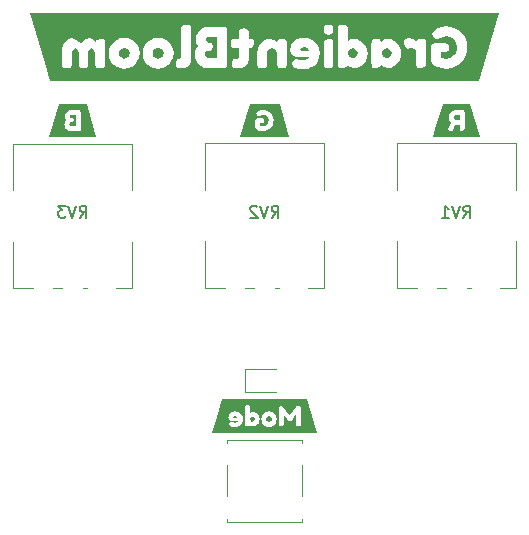
<source format=gbr>
%TF.GenerationSoftware,KiCad,Pcbnew,7.0.2-0*%
%TF.CreationDate,2023-07-03T21:11:49-04:00*%
%TF.ProjectId,controller,636f6e74-726f-46c6-9c65-722e6b696361,rev?*%
%TF.SameCoordinates,Original*%
%TF.FileFunction,Legend,Bot*%
%TF.FilePolarity,Positive*%
%FSLAX46Y46*%
G04 Gerber Fmt 4.6, Leading zero omitted, Abs format (unit mm)*
G04 Created by KiCad (PCBNEW 7.0.2-0) date 2023-07-03 21:11:49*
%MOMM*%
%LPD*%
G01*
G04 APERTURE LIST*
%ADD10C,0.150000*%
%ADD11C,0.120000*%
G04 APERTURE END LIST*
D10*
%TO.C,RV3*%
X60845238Y-18212619D02*
X61178571Y-17736428D01*
X61416666Y-18212619D02*
X61416666Y-17212619D01*
X61416666Y-17212619D02*
X61035714Y-17212619D01*
X61035714Y-17212619D02*
X60940476Y-17260238D01*
X60940476Y-17260238D02*
X60892857Y-17307857D01*
X60892857Y-17307857D02*
X60845238Y-17403095D01*
X60845238Y-17403095D02*
X60845238Y-17545952D01*
X60845238Y-17545952D02*
X60892857Y-17641190D01*
X60892857Y-17641190D02*
X60940476Y-17688809D01*
X60940476Y-17688809D02*
X61035714Y-17736428D01*
X61035714Y-17736428D02*
X61416666Y-17736428D01*
X60559523Y-17212619D02*
X60226190Y-18212619D01*
X60226190Y-18212619D02*
X59892857Y-17212619D01*
X59654761Y-17212619D02*
X59035714Y-17212619D01*
X59035714Y-17212619D02*
X59369047Y-17593571D01*
X59369047Y-17593571D02*
X59226190Y-17593571D01*
X59226190Y-17593571D02*
X59130952Y-17641190D01*
X59130952Y-17641190D02*
X59083333Y-17688809D01*
X59083333Y-17688809D02*
X59035714Y-17784047D01*
X59035714Y-17784047D02*
X59035714Y-18022142D01*
X59035714Y-18022142D02*
X59083333Y-18117380D01*
X59083333Y-18117380D02*
X59130952Y-18165000D01*
X59130952Y-18165000D02*
X59226190Y-18212619D01*
X59226190Y-18212619D02*
X59511904Y-18212619D01*
X59511904Y-18212619D02*
X59607142Y-18165000D01*
X59607142Y-18165000D02*
X59654761Y-18117380D01*
%TO.C,RV1*%
X93345238Y-18212619D02*
X93678571Y-17736428D01*
X93916666Y-18212619D02*
X93916666Y-17212619D01*
X93916666Y-17212619D02*
X93535714Y-17212619D01*
X93535714Y-17212619D02*
X93440476Y-17260238D01*
X93440476Y-17260238D02*
X93392857Y-17307857D01*
X93392857Y-17307857D02*
X93345238Y-17403095D01*
X93345238Y-17403095D02*
X93345238Y-17545952D01*
X93345238Y-17545952D02*
X93392857Y-17641190D01*
X93392857Y-17641190D02*
X93440476Y-17688809D01*
X93440476Y-17688809D02*
X93535714Y-17736428D01*
X93535714Y-17736428D02*
X93916666Y-17736428D01*
X93059523Y-17212619D02*
X92726190Y-18212619D01*
X92726190Y-18212619D02*
X92392857Y-17212619D01*
X91535714Y-18212619D02*
X92107142Y-18212619D01*
X91821428Y-18212619D02*
X91821428Y-17212619D01*
X91821428Y-17212619D02*
X91916666Y-17355476D01*
X91916666Y-17355476D02*
X92011904Y-17450714D01*
X92011904Y-17450714D02*
X92107142Y-17498333D01*
%TO.C,RV2*%
X77095238Y-18212619D02*
X77428571Y-17736428D01*
X77666666Y-18212619D02*
X77666666Y-17212619D01*
X77666666Y-17212619D02*
X77285714Y-17212619D01*
X77285714Y-17212619D02*
X77190476Y-17260238D01*
X77190476Y-17260238D02*
X77142857Y-17307857D01*
X77142857Y-17307857D02*
X77095238Y-17403095D01*
X77095238Y-17403095D02*
X77095238Y-17545952D01*
X77095238Y-17545952D02*
X77142857Y-17641190D01*
X77142857Y-17641190D02*
X77190476Y-17688809D01*
X77190476Y-17688809D02*
X77285714Y-17736428D01*
X77285714Y-17736428D02*
X77666666Y-17736428D01*
X76809523Y-17212619D02*
X76476190Y-18212619D01*
X76476190Y-18212619D02*
X76142857Y-17212619D01*
X75857142Y-17307857D02*
X75809523Y-17260238D01*
X75809523Y-17260238D02*
X75714285Y-17212619D01*
X75714285Y-17212619D02*
X75476190Y-17212619D01*
X75476190Y-17212619D02*
X75380952Y-17260238D01*
X75380952Y-17260238D02*
X75333333Y-17307857D01*
X75333333Y-17307857D02*
X75285714Y-17403095D01*
X75285714Y-17403095D02*
X75285714Y-17498333D01*
X75285714Y-17498333D02*
X75333333Y-17641190D01*
X75333333Y-17641190D02*
X75904761Y-18212619D01*
X75904761Y-18212619D02*
X75285714Y-18212619D01*
D11*
%TO.C,RV3*%
X55230000Y-24220000D02*
X55230000Y-20283000D01*
X56880000Y-24220000D02*
X55230000Y-24220000D01*
X59379000Y-24220000D02*
X58620000Y-24220000D01*
X61500000Y-24220000D02*
X61120000Y-24220000D01*
X65271000Y-24220000D02*
X63950000Y-24220000D01*
X65271000Y-24220000D02*
X65271000Y-20283000D01*
X55230000Y-15916000D02*
X55230000Y-11980000D01*
X65271000Y-15916000D02*
X65271000Y-11980000D01*
X65271000Y-11980000D02*
X55230000Y-11980000D01*
%TO.C,RV1*%
X87730000Y-24170000D02*
X87730000Y-20233000D01*
X89380000Y-24170000D02*
X87730000Y-24170000D01*
X91879000Y-24170000D02*
X91120000Y-24170000D01*
X94000000Y-24170000D02*
X93620000Y-24170000D01*
X97771000Y-24170000D02*
X96450000Y-24170000D01*
X97771000Y-24170000D02*
X97771000Y-20233000D01*
X87730000Y-15866000D02*
X87730000Y-11930000D01*
X97771000Y-15866000D02*
X97771000Y-11930000D01*
X97771000Y-11930000D02*
X87730000Y-11930000D01*
%TO.C,kibuzzard-64A36F5D*%
G36*
X60520272Y-10451247D02*
G01*
X60129747Y-10451247D01*
X60017233Y-10410766D01*
X59979728Y-10289322D01*
X59992825Y-10198834D01*
X60036878Y-10151209D01*
X60170228Y-10132159D01*
X60298816Y-10098822D01*
X60341678Y-9961900D01*
X60297625Y-9824978D01*
X60151178Y-9791641D01*
X60036878Y-9741634D01*
X60029734Y-9655909D01*
X60069025Y-9572566D01*
X60186897Y-9548753D01*
X60520272Y-9548753D01*
X60520272Y-10451247D01*
G37*
G36*
X62259140Y-11368822D02*
G01*
X61437847Y-11368822D01*
X60941753Y-11368822D01*
X60105934Y-11368822D01*
X59558247Y-11368822D01*
X59062153Y-11368822D01*
X58240860Y-11368822D01*
X58557566Y-10313134D01*
X59558247Y-10313134D01*
X59578488Y-10463285D01*
X59632859Y-10596239D01*
X59721363Y-10711994D01*
X59834472Y-10801291D01*
X59962663Y-10854869D01*
X60105934Y-10872728D01*
X60732203Y-10872728D01*
X60864363Y-10850106D01*
X60927466Y-10782241D01*
X60941753Y-10658416D01*
X60941753Y-9336822D01*
X60938181Y-9253478D01*
X60915559Y-9191566D01*
X60852456Y-9143345D01*
X60729822Y-9127272D01*
X60129747Y-9127272D01*
X59991634Y-9144205D01*
X59869397Y-9195005D01*
X59763034Y-9279672D01*
X59677045Y-9389739D01*
X59625451Y-9513564D01*
X59608253Y-9651147D01*
X59630875Y-9801761D01*
X59698741Y-9939278D01*
X59620689Y-10054901D01*
X59573857Y-10179520D01*
X59558247Y-10313134D01*
X58557566Y-10313134D01*
X59062153Y-8631178D01*
X59558247Y-8631178D01*
X60941753Y-8631178D01*
X61437847Y-8631178D01*
X62259140Y-11368822D01*
G37*
%TO.C,RV2*%
X71480000Y-24170000D02*
X71480000Y-20233000D01*
X73130000Y-24170000D02*
X71480000Y-24170000D01*
X75629000Y-24170000D02*
X74870000Y-24170000D01*
X77750000Y-24170000D02*
X77370000Y-24170000D01*
X81521000Y-24170000D02*
X80200000Y-24170000D01*
X81521000Y-24170000D02*
X81521000Y-20233000D01*
X71480000Y-15866000D02*
X71480000Y-11930000D01*
X81521000Y-15866000D02*
X81521000Y-11930000D01*
X81521000Y-11930000D02*
X71480000Y-11930000D01*
%TO.C,kibuzzard-64A36E8B*%
G36*
X80145694Y-3880969D02*
G01*
X80298094Y-4150050D01*
X79698019Y-4150050D01*
X79517044Y-3997650D01*
X79600387Y-3821437D01*
X79838512Y-3754762D01*
X80145694Y-3880969D01*
G37*
G36*
X87134663Y-4021463D02*
G01*
X87251344Y-4311975D01*
X87127519Y-4595344D01*
X86827481Y-4721550D01*
X86534588Y-4592962D01*
X86417906Y-4309594D01*
X86529825Y-4021463D01*
X86829863Y-3888112D01*
X87134663Y-4021463D01*
G37*
G36*
X84274781Y-4023844D02*
G01*
X84389081Y-4311975D01*
X84265256Y-4597725D01*
X83965219Y-4726312D01*
X83672325Y-4597725D01*
X83555644Y-4314356D01*
X83667563Y-4026225D01*
X83969981Y-3892875D01*
X84274781Y-4023844D01*
G37*
G36*
X67806056Y-3954787D02*
G01*
X67916784Y-4101830D01*
X67953694Y-4304831D01*
X67915594Y-4507238D01*
X67801294Y-4652494D01*
X67491731Y-4769175D01*
X67177406Y-4650112D01*
X67059534Y-4502475D01*
X67020244Y-4297687D01*
X67057153Y-4094091D01*
X67167881Y-3950025D01*
X67486969Y-3835725D01*
X67806056Y-3954787D01*
G37*
G36*
X64948556Y-3954787D02*
G01*
X65059284Y-4101830D01*
X65096194Y-4304831D01*
X65058094Y-4507238D01*
X64943794Y-4652494D01*
X64634231Y-4769175D01*
X64319906Y-4650112D01*
X64202034Y-4502475D01*
X64162744Y-4297687D01*
X64199653Y-4094091D01*
X64310381Y-3950025D01*
X64629469Y-3835725D01*
X64948556Y-3954787D01*
G37*
G36*
X72516169Y-4716788D02*
G01*
X71735119Y-4716788D01*
X71510091Y-4635825D01*
X71435081Y-4392938D01*
X71461275Y-4211963D01*
X71549381Y-4116713D01*
X71816081Y-4078613D01*
X72073256Y-4011938D01*
X72158981Y-3738094D01*
X72070875Y-3464250D01*
X71777981Y-3397575D01*
X71549381Y-3297563D01*
X71535094Y-3126112D01*
X71613675Y-2959425D01*
X71849419Y-2911800D01*
X72516169Y-2911800D01*
X72516169Y-4716788D01*
G37*
G36*
X94653856Y-6618613D02*
G01*
X93661669Y-6618613D01*
X91904306Y-6618613D01*
X89775469Y-6618613D01*
X85929750Y-6618613D01*
X83162738Y-6618613D01*
X81912581Y-6618613D01*
X79831369Y-6618613D01*
X76297594Y-6618613D01*
X74168756Y-6618613D01*
X71687494Y-6618613D01*
X69291956Y-6618613D01*
X67486969Y-6618613D01*
X64629469Y-6618613D01*
X59757431Y-6618613D01*
X59338331Y-6618613D01*
X58346144Y-6618613D01*
X57904184Y-5145412D01*
X59338331Y-5145412D01*
X59345475Y-5309719D01*
X59390719Y-5435925D01*
X59513353Y-5532366D01*
X59757431Y-5564513D01*
X59999128Y-5531175D01*
X60124144Y-5431163D01*
X60164625Y-5304956D01*
X60171769Y-5140650D01*
X60171769Y-4307213D01*
X60245587Y-3996459D01*
X60467044Y-3892875D01*
X60693262Y-4002413D01*
X60752794Y-4311975D01*
X60752794Y-5145412D01*
X60759937Y-5312100D01*
X60805181Y-5435925D01*
X60931387Y-5532366D01*
X61176656Y-5564513D01*
X61418353Y-5531175D01*
X61543369Y-5431163D01*
X61583850Y-5304956D01*
X61590994Y-5140650D01*
X61590994Y-4307213D01*
X61664813Y-3996459D01*
X61886269Y-3892875D01*
X62100581Y-3996459D01*
X62172019Y-4307213D01*
X62172019Y-5150175D01*
X62179162Y-5314481D01*
X62224406Y-5440688D01*
X62352994Y-5533556D01*
X62595881Y-5564513D01*
X62837578Y-5532366D01*
X62962594Y-5435925D01*
X63003075Y-5312100D01*
X63010219Y-5145412D01*
X63010219Y-4307213D01*
X63319781Y-4307213D01*
X63370978Y-4680473D01*
X63524569Y-5009681D01*
X63751383Y-5276381D01*
X64022250Y-5462119D01*
X64320502Y-5571061D01*
X64629469Y-5607375D01*
X64939031Y-5568680D01*
X65239069Y-5452594D01*
X65511127Y-5260903D01*
X65736750Y-4995394D01*
X65888555Y-4673330D01*
X65939156Y-4311975D01*
X65938566Y-4307213D01*
X66177281Y-4307213D01*
X66228478Y-4680473D01*
X66382069Y-5009681D01*
X66608883Y-5276381D01*
X66879750Y-5462119D01*
X67178002Y-5571061D01*
X67486969Y-5607375D01*
X67796531Y-5568680D01*
X68096569Y-5452594D01*
X68368627Y-5260903D01*
X68462721Y-5150175D01*
X68987156Y-5150175D01*
X69010969Y-5391872D01*
X69082406Y-5516888D01*
X69291956Y-5566894D01*
X69672956Y-5545463D01*
X69975375Y-5460928D01*
X70149206Y-5302575D01*
X70249219Y-5000156D01*
X70282556Y-4559625D01*
X70282556Y-4440562D01*
X70592119Y-4440562D01*
X70632600Y-4740865D01*
X70741344Y-5006771D01*
X70918350Y-5238281D01*
X71144569Y-5416875D01*
X71400950Y-5524031D01*
X71687494Y-5559750D01*
X72940031Y-5559750D01*
X73204350Y-5514506D01*
X73330556Y-5378775D01*
X73359131Y-5131125D01*
X73359131Y-3483300D01*
X73621069Y-3483300D01*
X73653216Y-3724997D01*
X73749656Y-3850012D01*
X73875862Y-3890494D01*
X74040169Y-3897637D01*
X74349731Y-3878587D01*
X74349731Y-4535812D01*
X74309250Y-4721550D01*
X74156850Y-4778700D01*
X73985400Y-4785844D01*
X73859194Y-4831087D01*
X73749656Y-5150175D01*
X73782994Y-5391872D01*
X73883006Y-5516888D01*
X74009213Y-5557369D01*
X74168756Y-5564513D01*
X74472498Y-5539642D01*
X74723323Y-5465029D01*
X74921231Y-5340675D01*
X75064106Y-5157054D01*
X75068060Y-5145412D01*
X75878494Y-5145412D01*
X75885637Y-5309719D01*
X75926119Y-5431163D01*
X76052325Y-5527603D01*
X76297594Y-5559750D01*
X76564294Y-5515697D01*
X76688119Y-5383538D01*
X76716694Y-5140650D01*
X76716694Y-4302450D01*
X76828613Y-3997650D01*
X77128650Y-3888112D01*
X77433450Y-4002413D01*
X77550131Y-4302450D01*
X77550131Y-5145412D01*
X77557275Y-5309719D01*
X77602519Y-5431163D01*
X77725153Y-5527603D01*
X77969231Y-5559750D01*
X78210928Y-5527603D01*
X78335944Y-5431163D01*
X78376425Y-5304956D01*
X78383569Y-5140650D01*
X78383569Y-4009556D01*
X78693131Y-4009556D01*
X78729445Y-4264350D01*
X78838388Y-4442944D01*
X79159856Y-4583438D01*
X80288569Y-4583438D01*
X80131406Y-4807275D01*
X79817081Y-4897763D01*
X79570622Y-4883475D01*
X79383694Y-4840613D01*
X79331306Y-4821563D01*
X79140806Y-4769175D01*
X78878869Y-4983487D01*
X78816956Y-5202562D01*
X78880357Y-5388002D01*
X79070559Y-5520459D01*
X79387563Y-5599934D01*
X79831369Y-5626425D01*
X80164148Y-5596064D01*
X80457638Y-5504981D01*
X80701120Y-5363892D01*
X80883881Y-5183512D01*
X80904675Y-5150175D01*
X81493481Y-5150175D01*
X81500625Y-5314481D01*
X81545869Y-5440688D01*
X81668503Y-5533556D01*
X81912581Y-5564513D01*
X82154278Y-5532366D01*
X82279294Y-5435925D01*
X82319775Y-5312100D01*
X82326919Y-5145412D01*
X82707919Y-5145412D01*
X82715062Y-5309719D01*
X82760306Y-5431163D01*
X82896633Y-5527603D01*
X83162738Y-5559750D01*
X83420508Y-5501409D01*
X83531831Y-5326388D01*
X83771147Y-5497838D01*
X84089044Y-5554988D01*
X84366327Y-5513448D01*
X84626677Y-5388829D01*
X84870094Y-5181131D01*
X84900231Y-5140650D01*
X85555894Y-5140650D01*
X85563038Y-5304956D01*
X85603519Y-5431163D01*
X85718414Y-5524031D01*
X85929750Y-5554988D01*
X86277413Y-5490694D01*
X86379806Y-5302575D01*
X86614955Y-5491884D01*
X86967975Y-5554988D01*
X87235998Y-5513183D01*
X87490792Y-5387771D01*
X87732356Y-5178750D01*
X87928148Y-4914431D01*
X88045623Y-4623125D01*
X88084781Y-4304831D01*
X88045358Y-3986802D01*
X87927090Y-3696290D01*
X87729975Y-3433294D01*
X87693576Y-3402337D01*
X88275281Y-3402337D01*
X88365769Y-3735712D01*
X88627706Y-3916687D01*
X88792013Y-3878587D01*
X88999181Y-3840487D01*
X89239688Y-3930975D01*
X89351606Y-4150050D01*
X89351606Y-5150175D01*
X89358750Y-5314481D01*
X89403994Y-5440688D01*
X89532581Y-5533556D01*
X89775469Y-5564513D01*
X90104081Y-5483550D01*
X90189806Y-5278762D01*
X90189806Y-5140650D01*
X90189806Y-4907287D01*
X90570806Y-4907287D01*
X90704156Y-5197800D01*
X90929184Y-5379073D01*
X91204219Y-5508553D01*
X91529259Y-5586241D01*
X91904306Y-5612137D01*
X92247504Y-5578651D01*
X92567484Y-5478192D01*
X92864248Y-5310761D01*
X93137794Y-5076356D01*
X93366989Y-4794625D01*
X93530700Y-4485211D01*
X93628927Y-4148115D01*
X93661669Y-3783337D01*
X93628331Y-3420346D01*
X93528319Y-3088608D01*
X93361631Y-2788124D01*
X93128269Y-2518894D01*
X92849662Y-2296991D01*
X92547244Y-2138489D01*
X92221013Y-2043388D01*
X91870969Y-2011687D01*
X91503198Y-2052963D01*
X91149185Y-2176787D01*
X90808931Y-2383162D01*
X90680344Y-2595094D01*
X90789881Y-2864175D01*
X90967284Y-3053484D01*
X91128019Y-3116587D01*
X91418531Y-2985619D01*
X91637606Y-2887392D01*
X91894781Y-2854650D01*
X92236491Y-2918348D01*
X92537719Y-3109444D01*
X92748459Y-3403528D01*
X92818706Y-3776194D01*
X92786956Y-4037073D01*
X92691706Y-4270435D01*
X92532956Y-4476281D01*
X92228156Y-4692380D01*
X91885256Y-4764412D01*
X91636416Y-4742981D01*
X91413769Y-4678688D01*
X91413769Y-4159575D01*
X91790006Y-4159575D01*
X91999556Y-4121475D01*
X92080519Y-4009556D01*
X92099569Y-3809531D01*
X92078138Y-3607125D01*
X91999556Y-3502350D01*
X91770956Y-3459487D01*
X90932756Y-3459487D01*
X90618431Y-3592838D01*
X90570806Y-3859537D01*
X90570806Y-4907287D01*
X90189806Y-4907287D01*
X90189806Y-3469012D01*
X90182663Y-3304706D01*
X90142181Y-3183263D01*
X90015975Y-3086822D01*
X89770706Y-3054675D01*
X89538534Y-3082059D01*
X89413519Y-3164213D01*
X89361131Y-3321375D01*
X89292075Y-3240413D01*
X89099194Y-3111825D01*
X88839638Y-3030862D01*
X88651519Y-3042769D01*
X88484831Y-3083250D01*
X88334813Y-3180881D01*
X88275281Y-3402337D01*
X87693576Y-3402337D01*
X87485765Y-3225596D01*
X87226208Y-3100977D01*
X86951306Y-3059437D01*
X86656031Y-3116587D01*
X86470294Y-3223744D01*
X86384569Y-3321375D01*
X86276222Y-3121350D01*
X86008331Y-3054675D01*
X85732106Y-3083250D01*
X85605900Y-3183263D01*
X85563038Y-3309469D01*
X85555894Y-3473775D01*
X85555894Y-5140650D01*
X84900231Y-5140650D01*
X85065885Y-4918135D01*
X85183360Y-4627623D01*
X85222519Y-4309594D01*
X85183096Y-3991300D01*
X85064827Y-3699994D01*
X84867713Y-3435675D01*
X84623502Y-3226654D01*
X84363946Y-3101242D01*
X84089044Y-3059437D01*
X83775909Y-3118969D01*
X83541356Y-3297563D01*
X83541356Y-2297438D01*
X83534213Y-2133131D01*
X83491350Y-2009306D01*
X83365144Y-1911675D01*
X83124637Y-1883100D01*
X82884131Y-1911675D01*
X82757925Y-2011687D01*
X82715062Y-2137894D01*
X82707919Y-2302200D01*
X82707919Y-5145412D01*
X82326919Y-5145412D01*
X82326919Y-3473775D01*
X82319775Y-3309469D01*
X82279294Y-3183263D01*
X82153088Y-3090394D01*
X81910200Y-3059738D01*
X81907819Y-3059437D01*
X81583969Y-3140400D01*
X81498244Y-3345187D01*
X81493481Y-3483300D01*
X81493481Y-5150175D01*
X80904675Y-5150175D01*
X81050569Y-4916283D01*
X81150581Y-4628946D01*
X81183919Y-4321500D01*
X81140792Y-3948173D01*
X81011410Y-3628292D01*
X80795775Y-3361856D01*
X80515581Y-3162096D01*
X80192525Y-3042240D01*
X79826606Y-3002287D01*
X79517639Y-3031458D01*
X79252725Y-3118969D01*
X79031864Y-3264820D01*
X78855056Y-3469012D01*
X78733613Y-3727973D01*
X78693131Y-4009556D01*
X78383569Y-4009556D01*
X78383569Y-3454725D01*
X78376425Y-3295181D01*
X78331181Y-3173738D01*
X78206166Y-3084441D01*
X77964469Y-3054675D01*
X77729916Y-3082059D01*
X77607281Y-3164213D01*
X77559656Y-3359475D01*
X77473931Y-3264225D01*
X77345344Y-3164213D01*
X76988156Y-3054675D01*
X76688383Y-3095156D01*
X76424065Y-3216600D01*
X76195200Y-3419006D01*
X76019252Y-3679621D01*
X75913683Y-3975690D01*
X75878494Y-4307213D01*
X75878494Y-5145412D01*
X75068060Y-5145412D01*
X75149831Y-4904642D01*
X75178406Y-4583438D01*
X75178406Y-3878587D01*
X75373669Y-3892875D01*
X75547500Y-3811912D01*
X75616556Y-3535687D01*
X75592744Y-3252319D01*
X75526069Y-3126112D01*
X75335569Y-3064200D01*
X75178406Y-3083250D01*
X75178406Y-2592712D01*
X75171263Y-2430787D01*
X75126019Y-2316487D01*
X75106398Y-2302200D01*
X81493481Y-2302200D01*
X81500625Y-2466506D01*
X81543487Y-2590331D01*
X81669694Y-2687962D01*
X81910200Y-2716537D01*
X82150706Y-2687962D01*
X82276912Y-2587950D01*
X82319775Y-2461744D01*
X82326919Y-2297438D01*
X82319775Y-2133131D01*
X82279294Y-2011687D01*
X82153088Y-1915247D01*
X81907819Y-1883100D01*
X81667312Y-1915247D01*
X81545869Y-2011687D01*
X81500625Y-2137894D01*
X81493481Y-2302200D01*
X75106398Y-2302200D01*
X75003384Y-2227191D01*
X74759306Y-2197425D01*
X74500941Y-2241478D01*
X74373544Y-2373637D01*
X74349731Y-2616525D01*
X74349731Y-3083250D01*
X74033025Y-3064200D01*
X73871100Y-3071344D01*
X73744894Y-3116587D01*
X73652025Y-3239222D01*
X73621069Y-3483300D01*
X73359131Y-3483300D01*
X73359131Y-2487938D01*
X73351988Y-2321250D01*
X73306744Y-2197425D01*
X73180538Y-2100984D01*
X72935269Y-2068837D01*
X71735119Y-2068837D01*
X71458894Y-2102704D01*
X71214419Y-2204304D01*
X71001694Y-2373637D01*
X70829715Y-2593771D01*
X70726527Y-2841421D01*
X70692131Y-3116587D01*
X70737375Y-3417816D01*
X70873106Y-3692850D01*
X70717002Y-3924096D01*
X70623340Y-4173333D01*
X70592119Y-4440562D01*
X70282556Y-4440562D01*
X70282556Y-2292675D01*
X70275413Y-2128369D01*
X70234931Y-2002162D01*
X70108725Y-1905722D01*
X69863456Y-1873575D01*
X69627712Y-1905722D01*
X69501506Y-2002162D01*
X69456263Y-2130750D01*
X69449119Y-2297438D01*
X69449119Y-4502475D01*
X69420544Y-4719169D01*
X69294338Y-4764412D01*
X69163369Y-4771556D01*
X69082406Y-4812037D01*
X68987156Y-5150175D01*
X68462721Y-5150175D01*
X68594250Y-4995394D01*
X68746055Y-4673330D01*
X68796656Y-4311975D01*
X68752206Y-3953200D01*
X68618856Y-3638875D01*
X68396606Y-3369000D01*
X68117206Y-3162625D01*
X67812406Y-3038800D01*
X67482206Y-2997525D01*
X67152535Y-3038535D01*
X66849323Y-3161567D01*
X66572569Y-3366619D01*
X66352965Y-3635171D01*
X66221202Y-3948702D01*
X66177281Y-4307213D01*
X65938566Y-4307213D01*
X65894706Y-3953200D01*
X65761356Y-3638875D01*
X65539106Y-3369000D01*
X65259706Y-3162625D01*
X64954906Y-3038800D01*
X64624706Y-2997525D01*
X64295035Y-3038535D01*
X63991823Y-3161567D01*
X63715069Y-3366619D01*
X63495465Y-3635171D01*
X63363702Y-3948702D01*
X63319781Y-4307213D01*
X63010219Y-4307213D01*
X63010219Y-3469012D01*
X63003075Y-3304706D01*
X62957831Y-3183263D01*
X62837578Y-3086822D01*
X62619694Y-3054675D01*
X62272031Y-3140400D01*
X62191069Y-3388050D01*
X61944609Y-3134447D01*
X61652906Y-3049912D01*
X61356573Y-3095950D01*
X61115273Y-3234063D01*
X60929006Y-3464250D01*
X60802800Y-3314231D01*
X60567056Y-3142781D01*
X60233681Y-3049912D01*
X59883637Y-3123136D01*
X59595506Y-3342806D01*
X59452631Y-3580667D01*
X59366906Y-3903723D01*
X59338331Y-4311975D01*
X59338331Y-5145412D01*
X57904184Y-5145412D01*
X56624976Y-881387D01*
X58346144Y-881387D01*
X59338331Y-881387D01*
X93661669Y-881387D01*
X94653856Y-881387D01*
X96375024Y-881387D01*
X94653856Y-6618613D01*
G37*
%TO.C,D1*%
X74815000Y-31040000D02*
X77500000Y-31040000D01*
X74815000Y-32960000D02*
X74815000Y-31040000D01*
X77500000Y-32960000D02*
X74815000Y-32960000D01*
%TO.C,kibuzzard-64A36FD2*%
G36*
X74159231Y-35063103D02*
G01*
X74235431Y-35197644D01*
X73935394Y-35197644D01*
X73844906Y-35121444D01*
X73886578Y-35033337D01*
X74005641Y-35000000D01*
X74159231Y-35063103D01*
G37*
G36*
X75616556Y-35134541D02*
G01*
X75673706Y-35278606D01*
X75611794Y-35421481D01*
X75461775Y-35485775D01*
X75315328Y-35421481D01*
X75256987Y-35279797D01*
X75312947Y-35135731D01*
X75464156Y-35069056D01*
X75616556Y-35134541D01*
G37*
G36*
X77035781Y-35100012D02*
G01*
X77091145Y-35173534D01*
X77109600Y-35275034D01*
X77090550Y-35376237D01*
X77033400Y-35448866D01*
X76878619Y-35507206D01*
X76721456Y-35447675D01*
X76662520Y-35373856D01*
X76642875Y-35271462D01*
X76661330Y-35169664D01*
X76716694Y-35097631D01*
X76876238Y-35040481D01*
X77035781Y-35100012D01*
G37*
G36*
X80922299Y-36431925D02*
G01*
X80063144Y-36431925D01*
X79567050Y-36431925D01*
X77890650Y-36431925D01*
X76876238Y-36431925D01*
X75060534Y-36431925D01*
X74002069Y-36431925D01*
X73432950Y-36431925D01*
X72936856Y-36431925D01*
X72077701Y-36431925D01*
X72469059Y-35127397D01*
X73432950Y-35127397D01*
X73451107Y-35254794D01*
X73505578Y-35344091D01*
X73666312Y-35414337D01*
X74230669Y-35414337D01*
X74152088Y-35526256D01*
X73994925Y-35571500D01*
X73871695Y-35564356D01*
X73778231Y-35542925D01*
X73752037Y-35533400D01*
X73656787Y-35507206D01*
X73525819Y-35614362D01*
X73494862Y-35723900D01*
X73526563Y-35816620D01*
X73621664Y-35882848D01*
X73780166Y-35922586D01*
X74002069Y-35935831D01*
X74168459Y-35920651D01*
X74315203Y-35875109D01*
X74436945Y-35804565D01*
X74528325Y-35714375D01*
X74540208Y-35695325D01*
X74833125Y-35695325D01*
X74836697Y-35777478D01*
X74859319Y-35838200D01*
X74927482Y-35886420D01*
X75060534Y-35902494D01*
X75189420Y-35873323D01*
X75245081Y-35785812D01*
X75364739Y-35871538D01*
X75523688Y-35900113D01*
X75662329Y-35879343D01*
X75792504Y-35817033D01*
X75914213Y-35713184D01*
X76012108Y-35581686D01*
X76070846Y-35436430D01*
X76090425Y-35277416D01*
X76090277Y-35276225D01*
X76221394Y-35276225D01*
X76246992Y-35462855D01*
X76323788Y-35627459D01*
X76437195Y-35760809D01*
X76572628Y-35853678D01*
X76721754Y-35908149D01*
X76876238Y-35926306D01*
X77031019Y-35906959D01*
X77181038Y-35848916D01*
X77317066Y-35753070D01*
X77366137Y-35695325D01*
X77685863Y-35695325D01*
X77708484Y-35825698D01*
X77776350Y-35888206D01*
X77890650Y-35902494D01*
X78000188Y-35890588D01*
X78062100Y-35862013D01*
X78095438Y-35814387D01*
X78107344Y-35690562D01*
X78107344Y-34892844D01*
X78180567Y-34988391D01*
X78281175Y-35127397D01*
X78374639Y-35258068D01*
X78426431Y-35328612D01*
X78469294Y-35384572D01*
X78527634Y-35427434D01*
X78627647Y-35454819D01*
X78725278Y-35429816D01*
X78788381Y-35381000D01*
X78807431Y-35354806D01*
X78878273Y-35261640D01*
X78995550Y-35101203D01*
X79103897Y-34952077D01*
X79147950Y-34892844D01*
X79147950Y-35695325D01*
X79151522Y-35777478D01*
X79174144Y-35838200D01*
X79238438Y-35886420D01*
X79359881Y-35902494D01*
X79477753Y-35886420D01*
X79540856Y-35838200D01*
X79563478Y-35776287D01*
X79567050Y-35690562D01*
X79567050Y-34368969D01*
X79563478Y-34286816D01*
X79540856Y-34223713D01*
X79476563Y-34177278D01*
X79355119Y-34161800D01*
X79244391Y-34177278D01*
X79183669Y-34209425D01*
X79169381Y-34223713D01*
X78628838Y-34933325D01*
X78477676Y-34733586D01*
X78348041Y-34562993D01*
X78239932Y-34421547D01*
X78153350Y-34309247D01*
X78088294Y-34226094D01*
X78020130Y-34177873D01*
X77896603Y-34161800D01*
X77774862Y-34177873D01*
X77712056Y-34226094D01*
X77689434Y-34290387D01*
X77685863Y-34373731D01*
X77685863Y-35695325D01*
X77366137Y-35695325D01*
X77429878Y-35620316D01*
X77505780Y-35459284D01*
X77531081Y-35278606D01*
X77508856Y-35099219D01*
X77442181Y-34942056D01*
X77331056Y-34807119D01*
X77191356Y-34703931D01*
X77038956Y-34642019D01*
X76873856Y-34621381D01*
X76709021Y-34641886D01*
X76557415Y-34703402D01*
X76419038Y-34805928D01*
X76309235Y-34940204D01*
X76243354Y-35096970D01*
X76221394Y-35276225D01*
X76090277Y-35276225D01*
X76070714Y-35118269D01*
X76011579Y-34972616D01*
X75913022Y-34840456D01*
X75790917Y-34735946D01*
X75661139Y-34673240D01*
X75523688Y-34652337D01*
X75367120Y-34682103D01*
X75249844Y-34771400D01*
X75249844Y-34271338D01*
X75246272Y-34189184D01*
X75224841Y-34127272D01*
X75161738Y-34078456D01*
X75041484Y-34064169D01*
X74921231Y-34078456D01*
X74858128Y-34128462D01*
X74836697Y-34191566D01*
X74833125Y-34273719D01*
X74833125Y-35695325D01*
X74540208Y-35695325D01*
X74611669Y-35580760D01*
X74661675Y-35437092D01*
X74678344Y-35283369D01*
X74656780Y-35096705D01*
X74592090Y-34936765D01*
X74484272Y-34803547D01*
X74344175Y-34703667D01*
X74182647Y-34643739D01*
X73999688Y-34623762D01*
X73845204Y-34638348D01*
X73712747Y-34682103D01*
X73602316Y-34755029D01*
X73513912Y-34857125D01*
X73453191Y-34986605D01*
X73432950Y-35127397D01*
X72469059Y-35127397D01*
X72936856Y-33568075D01*
X73432950Y-33568075D01*
X79567050Y-33568075D01*
X80063144Y-33568075D01*
X80922299Y-36431925D01*
G37*
%TO.C,kibuzzard-64A36F3A*%
G36*
X93014319Y-9963091D02*
G01*
X92709519Y-9963091D01*
X92571406Y-9910703D01*
X92502350Y-9753541D01*
X92571406Y-9595188D01*
X92714281Y-9541609D01*
X93014319Y-9541609D01*
X93014319Y-9963091D01*
G37*
G36*
X94757473Y-11375966D02*
G01*
X93931894Y-11375966D01*
X93435800Y-11375966D01*
X92334472Y-11375966D01*
X92064200Y-11375966D01*
X91568106Y-11375966D01*
X90742527Y-11375966D01*
X90947076Y-10694134D01*
X92064200Y-10694134D01*
X92101109Y-10777478D01*
X92211837Y-10846534D01*
X92334472Y-10879872D01*
X92410672Y-10857250D01*
X92454725Y-10810816D01*
X92485946Y-10742818D01*
X92547858Y-10599149D01*
X92640462Y-10379809D01*
X92714281Y-10384572D01*
X93014319Y-10384572D01*
X93014319Y-10653653D01*
X93017891Y-10735806D01*
X93040512Y-10798909D01*
X93103616Y-10847130D01*
X93226250Y-10863203D01*
X93358409Y-10841177D01*
X93421513Y-10775097D01*
X93435800Y-10651272D01*
X93435800Y-9329678D01*
X93432228Y-9247525D01*
X93409606Y-9184422D01*
X93346503Y-9136202D01*
X93223869Y-9120128D01*
X92709519Y-9120128D01*
X92571142Y-9137061D01*
X92435410Y-9187861D01*
X92302325Y-9272528D01*
X92215409Y-9359444D01*
X92145162Y-9472553D01*
X92098728Y-9605903D01*
X92083250Y-9753541D01*
X92103094Y-9922345D01*
X92162625Y-10069982D01*
X92261844Y-10196453D01*
X92220569Y-10294084D01*
X92166594Y-10418703D01*
X92099919Y-10570309D01*
X92064200Y-10694134D01*
X90947076Y-10694134D01*
X91568106Y-8624034D01*
X92064200Y-8624034D01*
X93435800Y-8624034D01*
X93931894Y-8624034D01*
X94757473Y-11375966D01*
G37*
%TO.C,kibuzzard-64A36F4E*%
G36*
X78606533Y-11396206D02*
G01*
X77768809Y-11396206D01*
X77272716Y-11396206D01*
X76394034Y-11396206D01*
X75727284Y-11396206D01*
X75231191Y-11396206D01*
X74393467Y-11396206D01*
X74648023Y-10547687D01*
X75727284Y-10547687D01*
X75793959Y-10692944D01*
X75906473Y-10783580D01*
X76043991Y-10848320D01*
X76206511Y-10887164D01*
X76394034Y-10900112D01*
X76565633Y-10883369D01*
X76725623Y-10833140D01*
X76874005Y-10749424D01*
X77010778Y-10632222D01*
X77125376Y-10491356D01*
X77207231Y-10336649D01*
X77256345Y-10168101D01*
X77272716Y-9985712D01*
X77256047Y-9804217D01*
X77206041Y-9638348D01*
X77122697Y-9488106D01*
X77006016Y-9353491D01*
X76866713Y-9242539D01*
X76715503Y-9163288D01*
X76552388Y-9115738D01*
X76377366Y-9099888D01*
X76193480Y-9120525D01*
X76016474Y-9182438D01*
X75846347Y-9285625D01*
X75782053Y-9391591D01*
X75836822Y-9526131D01*
X75925523Y-9620786D01*
X76005891Y-9652338D01*
X76151147Y-9586853D01*
X76260684Y-9537740D01*
X76389272Y-9521369D01*
X76560127Y-9553218D01*
X76710741Y-9648766D01*
X76816111Y-9795808D01*
X76851234Y-9982141D01*
X76835359Y-10112580D01*
X76787734Y-10229261D01*
X76708359Y-10332184D01*
X76555959Y-10440234D01*
X76384509Y-10476250D01*
X76260089Y-10465534D01*
X76148766Y-10433388D01*
X76148766Y-10173831D01*
X76336884Y-10173831D01*
X76441659Y-10154781D01*
X76482141Y-10098822D01*
X76491666Y-9998809D01*
X76480950Y-9897606D01*
X76441659Y-9845219D01*
X76327359Y-9823788D01*
X75908259Y-9823788D01*
X75751097Y-9890463D01*
X75727284Y-10023813D01*
X75727284Y-10547687D01*
X74648023Y-10547687D01*
X75231191Y-8603794D01*
X75727284Y-8603794D01*
X77272716Y-8603794D01*
X77768809Y-8603794D01*
X78606533Y-11396206D01*
G37*
%TO.C,SW1*%
X79650000Y-43950000D02*
X79650000Y-43700000D01*
X79650000Y-41800000D02*
X79650000Y-39200000D01*
X79650000Y-37300000D02*
X79650000Y-37050000D01*
X79650000Y-37050000D02*
X73350000Y-37050000D01*
X73350000Y-43950000D02*
X79650000Y-43950000D01*
X73350000Y-43700000D02*
X73350000Y-43950000D01*
X73350000Y-39200000D02*
X73350000Y-41800000D01*
X73350000Y-37050000D02*
X73350000Y-37300000D01*
%TD*%
M02*

</source>
